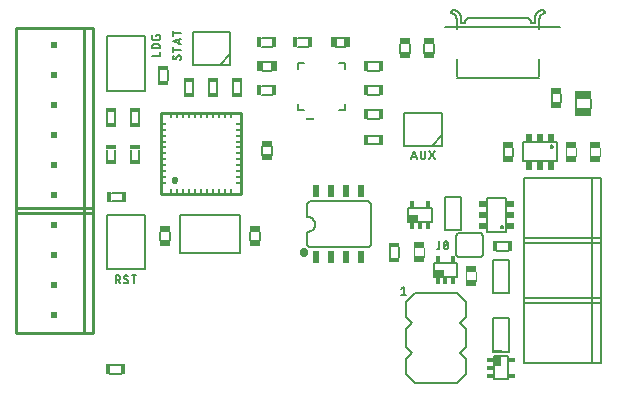
<source format=gto>
G75*
%MOIN*%
%OFA0B0*%
%FSLAX25Y25*%
%IPPOS*%
%LPD*%
%AMOC8*
5,1,8,0,0,1.08239X$1,22.5*
%
%ADD10C,0.00500*%
%ADD11C,0.00400*%
%ADD12R,0.03740X0.01969*%
%ADD13R,0.05709X0.02953*%
%ADD14R,0.01969X0.03740*%
%ADD15C,0.00600*%
%ADD16R,0.01600X0.03400*%
%ADD17C,0.01000*%
%ADD18R,0.00984X0.01969*%
%ADD19R,0.01969X0.00984*%
%ADD20R,0.02000X0.02000*%
%ADD21C,0.00800*%
%ADD22R,0.03400X0.01600*%
%ADD23R,0.02000X0.04050*%
%ADD24R,0.02000X0.04000*%
%ADD25C,0.00010*%
%ADD26R,0.01181X0.02067*%
%ADD27R,0.03500X0.02000*%
%ADD28R,0.02067X0.01181*%
%ADD29R,0.02000X0.03500*%
%ADD30R,0.01969X0.02559*%
%ADD31R,0.02559X0.01969*%
%ADD32R,0.02500X0.01000*%
D10*
X0043076Y0044364D02*
X0043076Y0047064D01*
X0043826Y0047064D01*
X0043880Y0047062D01*
X0043933Y0047056D01*
X0043985Y0047047D01*
X0044037Y0047034D01*
X0044088Y0047017D01*
X0044138Y0046996D01*
X0044185Y0046972D01*
X0044231Y0046945D01*
X0044275Y0046914D01*
X0044317Y0046881D01*
X0044356Y0046844D01*
X0044393Y0046805D01*
X0044426Y0046763D01*
X0044457Y0046719D01*
X0044484Y0046673D01*
X0044508Y0046626D01*
X0044529Y0046576D01*
X0044546Y0046525D01*
X0044559Y0046473D01*
X0044568Y0046421D01*
X0044574Y0046368D01*
X0044576Y0046314D01*
X0044574Y0046260D01*
X0044568Y0046207D01*
X0044559Y0046155D01*
X0044546Y0046103D01*
X0044529Y0046052D01*
X0044508Y0046002D01*
X0044484Y0045955D01*
X0044457Y0045909D01*
X0044426Y0045865D01*
X0044393Y0045823D01*
X0044356Y0045784D01*
X0044317Y0045747D01*
X0044275Y0045714D01*
X0044231Y0045683D01*
X0044185Y0045656D01*
X0044138Y0045632D01*
X0044088Y0045611D01*
X0044037Y0045594D01*
X0043985Y0045581D01*
X0043933Y0045572D01*
X0043880Y0045566D01*
X0043826Y0045564D01*
X0043076Y0045564D01*
X0043976Y0045564D02*
X0044576Y0044364D01*
X0047032Y0045489D02*
X0047073Y0045462D01*
X0047112Y0045433D01*
X0047148Y0045400D01*
X0047181Y0045365D01*
X0047212Y0045327D01*
X0047239Y0045287D01*
X0047263Y0045245D01*
X0047284Y0045201D01*
X0047301Y0045155D01*
X0047315Y0045109D01*
X0047324Y0045061D01*
X0047330Y0045013D01*
X0047332Y0044964D01*
X0047330Y0044917D01*
X0047325Y0044870D01*
X0047315Y0044824D01*
X0047303Y0044779D01*
X0047286Y0044734D01*
X0047267Y0044692D01*
X0047244Y0044651D01*
X0047217Y0044611D01*
X0047188Y0044574D01*
X0047156Y0044540D01*
X0047122Y0044508D01*
X0047085Y0044479D01*
X0047045Y0044452D01*
X0047004Y0044429D01*
X0046962Y0044410D01*
X0046917Y0044393D01*
X0046872Y0044381D01*
X0046826Y0044371D01*
X0046779Y0044366D01*
X0046732Y0044364D01*
X0047032Y0045489D02*
X0046207Y0045939D01*
X0046507Y0047064D02*
X0046573Y0047062D01*
X0046638Y0047056D01*
X0046703Y0047047D01*
X0046768Y0047033D01*
X0046831Y0047016D01*
X0046894Y0046995D01*
X0046955Y0046971D01*
X0047014Y0046943D01*
X0047072Y0046912D01*
X0047128Y0046877D01*
X0047182Y0046839D01*
X0046208Y0045939D02*
X0046167Y0045966D01*
X0046128Y0045995D01*
X0046092Y0046028D01*
X0046059Y0046063D01*
X0046028Y0046101D01*
X0046001Y0046141D01*
X0045977Y0046183D01*
X0045956Y0046227D01*
X0045939Y0046273D01*
X0045925Y0046319D01*
X0045916Y0046367D01*
X0045910Y0046415D01*
X0045908Y0046464D01*
X0045907Y0046464D02*
X0045909Y0046511D01*
X0045914Y0046558D01*
X0045924Y0046604D01*
X0045936Y0046649D01*
X0045953Y0046694D01*
X0045972Y0046736D01*
X0045995Y0046777D01*
X0046022Y0046817D01*
X0046051Y0046854D01*
X0046083Y0046888D01*
X0046117Y0046920D01*
X0046154Y0046949D01*
X0046194Y0046976D01*
X0046235Y0046999D01*
X0046277Y0047018D01*
X0046322Y0047035D01*
X0046367Y0047047D01*
X0046413Y0047057D01*
X0046460Y0047062D01*
X0046507Y0047064D01*
X0045832Y0044740D02*
X0045881Y0044694D01*
X0045931Y0044650D01*
X0045984Y0044609D01*
X0046039Y0044572D01*
X0046095Y0044537D01*
X0046154Y0044505D01*
X0046214Y0044476D01*
X0046276Y0044450D01*
X0046338Y0044428D01*
X0046402Y0044409D01*
X0046467Y0044393D01*
X0046533Y0044381D01*
X0046599Y0044372D01*
X0046665Y0044367D01*
X0046732Y0044365D01*
X0049174Y0044364D02*
X0049174Y0047064D01*
X0048424Y0047064D02*
X0049924Y0047064D01*
X0052799Y0049159D02*
X0052799Y0067269D01*
X0040201Y0067269D01*
X0040201Y0049159D01*
X0052799Y0049159D01*
X0064657Y0054415D02*
X0084343Y0054415D01*
X0084343Y0067014D01*
X0064657Y0067014D01*
X0064657Y0054415D01*
X0061101Y0058813D02*
X0061101Y0061616D01*
X0057950Y0061616D02*
X0057950Y0058813D01*
X0087899Y0058813D02*
X0087899Y0061616D01*
X0091050Y0061616D02*
X0091050Y0058813D01*
X0091899Y0087313D02*
X0091899Y0090116D01*
X0095050Y0090116D02*
X0095050Y0087313D01*
X0103752Y0102214D02*
X0103752Y0104183D01*
X0103752Y0102214D02*
X0105720Y0102214D01*
X0117531Y0102214D02*
X0119500Y0102214D01*
X0119500Y0104183D01*
X0119500Y0115994D02*
X0119500Y0117962D01*
X0117531Y0117962D01*
X0116598Y0123114D02*
X0119402Y0123114D01*
X0119402Y0126264D02*
X0116598Y0126264D01*
X0105720Y0117962D02*
X0103752Y0117962D01*
X0103752Y0115994D01*
X0094902Y0115114D02*
X0092098Y0115114D01*
X0092098Y0118264D02*
X0094902Y0118264D01*
X0081299Y0117203D02*
X0068701Y0117203D01*
X0068701Y0128226D01*
X0081299Y0128226D01*
X0081299Y0120714D01*
X0078000Y0117214D01*
X0081299Y0117203D02*
X0081299Y0120714D01*
X0064850Y0122322D02*
X0062150Y0122322D01*
X0062150Y0121572D02*
X0062150Y0123072D01*
X0062150Y0125010D02*
X0064850Y0125910D01*
X0064175Y0125685D02*
X0064175Y0124335D01*
X0064850Y0124110D02*
X0062150Y0125010D01*
X0062150Y0126948D02*
X0062150Y0128448D01*
X0062150Y0127698D02*
X0064850Y0127698D01*
X0057850Y0127148D02*
X0057850Y0126248D01*
X0057848Y0126201D01*
X0057843Y0126154D01*
X0057833Y0126108D01*
X0057821Y0126063D01*
X0057804Y0126018D01*
X0057785Y0125976D01*
X0057762Y0125935D01*
X0057735Y0125895D01*
X0057706Y0125858D01*
X0057674Y0125824D01*
X0057640Y0125792D01*
X0057603Y0125763D01*
X0057563Y0125736D01*
X0057522Y0125713D01*
X0057480Y0125694D01*
X0057435Y0125677D01*
X0057390Y0125665D01*
X0057344Y0125655D01*
X0057297Y0125650D01*
X0057250Y0125648D01*
X0055750Y0125648D01*
X0055703Y0125650D01*
X0055656Y0125655D01*
X0055610Y0125665D01*
X0055565Y0125677D01*
X0055520Y0125694D01*
X0055478Y0125713D01*
X0055437Y0125736D01*
X0055397Y0125763D01*
X0055360Y0125792D01*
X0055326Y0125824D01*
X0055294Y0125858D01*
X0055265Y0125895D01*
X0055238Y0125935D01*
X0055215Y0125976D01*
X0055196Y0126018D01*
X0055179Y0126063D01*
X0055167Y0126108D01*
X0055157Y0126154D01*
X0055152Y0126201D01*
X0055150Y0126248D01*
X0055150Y0127148D01*
X0056350Y0127148D02*
X0056350Y0126698D01*
X0056350Y0127148D02*
X0057850Y0127148D01*
X0057100Y0124172D02*
X0055900Y0124172D01*
X0055846Y0124170D01*
X0055793Y0124164D01*
X0055741Y0124155D01*
X0055689Y0124142D01*
X0055638Y0124125D01*
X0055588Y0124104D01*
X0055541Y0124080D01*
X0055495Y0124053D01*
X0055451Y0124022D01*
X0055409Y0123989D01*
X0055370Y0123952D01*
X0055333Y0123913D01*
X0055300Y0123871D01*
X0055269Y0123827D01*
X0055242Y0123781D01*
X0055218Y0123734D01*
X0055197Y0123684D01*
X0055180Y0123633D01*
X0055167Y0123581D01*
X0055158Y0123529D01*
X0055152Y0123476D01*
X0055150Y0123422D01*
X0055152Y0123368D01*
X0055158Y0123315D01*
X0055167Y0123263D01*
X0055180Y0123211D01*
X0055197Y0123160D01*
X0055218Y0123110D01*
X0055242Y0123063D01*
X0055269Y0123017D01*
X0055300Y0122973D01*
X0055333Y0122931D01*
X0055370Y0122892D01*
X0055409Y0122855D01*
X0055451Y0122822D01*
X0055495Y0122791D01*
X0055541Y0122764D01*
X0055588Y0122740D01*
X0055638Y0122719D01*
X0055689Y0122702D01*
X0055741Y0122689D01*
X0055793Y0122680D01*
X0055846Y0122674D01*
X0055900Y0122672D01*
X0057100Y0122672D01*
X0057154Y0122674D01*
X0057207Y0122680D01*
X0057259Y0122689D01*
X0057311Y0122702D01*
X0057362Y0122719D01*
X0057412Y0122740D01*
X0057459Y0122764D01*
X0057505Y0122791D01*
X0057549Y0122822D01*
X0057591Y0122855D01*
X0057630Y0122892D01*
X0057667Y0122931D01*
X0057700Y0122973D01*
X0057731Y0123017D01*
X0057758Y0123063D01*
X0057782Y0123110D01*
X0057803Y0123160D01*
X0057820Y0123211D01*
X0057833Y0123263D01*
X0057842Y0123315D01*
X0057848Y0123368D01*
X0057850Y0123422D01*
X0057848Y0123476D01*
X0057842Y0123529D01*
X0057833Y0123581D01*
X0057820Y0123633D01*
X0057803Y0123684D01*
X0057782Y0123734D01*
X0057758Y0123781D01*
X0057731Y0123827D01*
X0057700Y0123871D01*
X0057667Y0123913D01*
X0057630Y0123952D01*
X0057591Y0123989D01*
X0057549Y0124022D01*
X0057505Y0124053D01*
X0057459Y0124080D01*
X0057412Y0124104D01*
X0057362Y0124125D01*
X0057311Y0124142D01*
X0057259Y0124155D01*
X0057207Y0124164D01*
X0057154Y0124170D01*
X0057100Y0124172D01*
X0057850Y0121481D02*
X0057850Y0120281D01*
X0055150Y0120281D01*
X0052799Y0126769D02*
X0040201Y0126769D01*
X0040201Y0108659D01*
X0052799Y0108659D01*
X0052799Y0126769D01*
X0062750Y0119056D02*
X0062799Y0119058D01*
X0062847Y0119064D01*
X0062895Y0119073D01*
X0062941Y0119087D01*
X0062987Y0119104D01*
X0063031Y0119125D01*
X0063073Y0119149D01*
X0063113Y0119176D01*
X0063151Y0119207D01*
X0063186Y0119240D01*
X0063219Y0119276D01*
X0063248Y0119315D01*
X0063275Y0119356D01*
X0063275Y0119355D02*
X0063725Y0120180D01*
X0064850Y0119880D02*
X0064848Y0119813D01*
X0064843Y0119747D01*
X0064834Y0119681D01*
X0064822Y0119615D01*
X0064806Y0119550D01*
X0064787Y0119486D01*
X0064765Y0119424D01*
X0064739Y0119362D01*
X0064710Y0119302D01*
X0064678Y0119243D01*
X0064643Y0119187D01*
X0064606Y0119132D01*
X0064565Y0119079D01*
X0064521Y0119029D01*
X0064475Y0118980D01*
X0063725Y0120180D02*
X0063752Y0120221D01*
X0063781Y0120260D01*
X0063814Y0120296D01*
X0063849Y0120329D01*
X0063887Y0120360D01*
X0063927Y0120387D01*
X0063969Y0120411D01*
X0064013Y0120432D01*
X0064059Y0120449D01*
X0064105Y0120463D01*
X0064153Y0120472D01*
X0064201Y0120478D01*
X0064250Y0120480D01*
X0064297Y0120478D01*
X0064344Y0120473D01*
X0064390Y0120463D01*
X0064435Y0120451D01*
X0064480Y0120434D01*
X0064522Y0120415D01*
X0064563Y0120392D01*
X0064603Y0120365D01*
X0064640Y0120336D01*
X0064674Y0120304D01*
X0064706Y0120270D01*
X0064735Y0120233D01*
X0064762Y0120193D01*
X0064785Y0120152D01*
X0064804Y0120110D01*
X0064821Y0120065D01*
X0064833Y0120020D01*
X0064843Y0119974D01*
X0064848Y0119927D01*
X0064850Y0119880D01*
X0062375Y0120330D02*
X0062337Y0120276D01*
X0062302Y0120220D01*
X0062271Y0120162D01*
X0062243Y0120103D01*
X0062219Y0120042D01*
X0062198Y0119979D01*
X0062181Y0119916D01*
X0062167Y0119851D01*
X0062158Y0119786D01*
X0062152Y0119721D01*
X0062150Y0119655D01*
X0062152Y0119608D01*
X0062157Y0119561D01*
X0062167Y0119515D01*
X0062179Y0119470D01*
X0062196Y0119425D01*
X0062215Y0119383D01*
X0062238Y0119342D01*
X0062265Y0119302D01*
X0062294Y0119265D01*
X0062326Y0119231D01*
X0062360Y0119199D01*
X0062397Y0119170D01*
X0062437Y0119143D01*
X0062478Y0119120D01*
X0062520Y0119101D01*
X0062565Y0119084D01*
X0062610Y0119072D01*
X0062656Y0119062D01*
X0062703Y0119057D01*
X0062750Y0119055D01*
X0137950Y0121313D02*
X0137950Y0124116D01*
X0141101Y0124116D02*
X0141101Y0121313D01*
X0145950Y0121313D02*
X0145950Y0124116D01*
X0149101Y0124116D02*
X0149101Y0121313D01*
X0156720Y0119293D02*
X0156720Y0113388D01*
X0156720Y0112994D02*
X0184280Y0112994D01*
X0184280Y0113388D02*
X0184280Y0119293D01*
X0184280Y0129136D02*
X0184280Y0132482D01*
X0184280Y0132679D01*
X0182704Y0132482D02*
X0182706Y0132592D01*
X0182712Y0132702D01*
X0182721Y0132811D01*
X0182735Y0132920D01*
X0182752Y0133029D01*
X0182773Y0133137D01*
X0182798Y0133244D01*
X0182826Y0133350D01*
X0182858Y0133455D01*
X0182894Y0133559D01*
X0182933Y0133662D01*
X0182976Y0133763D01*
X0183023Y0133863D01*
X0183073Y0133961D01*
X0183126Y0134057D01*
X0183183Y0134151D01*
X0183243Y0134243D01*
X0183306Y0134334D01*
X0183372Y0134421D01*
X0183441Y0134507D01*
X0183513Y0134590D01*
X0183588Y0134670D01*
X0183666Y0134748D01*
X0183746Y0134823D01*
X0183829Y0134895D01*
X0183915Y0134964D01*
X0184002Y0135030D01*
X0184093Y0135093D01*
X0184185Y0135153D01*
X0184279Y0135210D01*
X0184375Y0135263D01*
X0184473Y0135313D01*
X0184573Y0135360D01*
X0184674Y0135403D01*
X0184777Y0135442D01*
X0184881Y0135478D01*
X0184986Y0135510D01*
X0185092Y0135538D01*
X0185199Y0135563D01*
X0185307Y0135584D01*
X0185416Y0135601D01*
X0185525Y0135615D01*
X0185634Y0135624D01*
X0185744Y0135630D01*
X0185854Y0135632D01*
X0186248Y0134451D01*
X0186162Y0134449D01*
X0186076Y0134444D01*
X0185991Y0134434D01*
X0185906Y0134421D01*
X0185822Y0134404D01*
X0185738Y0134384D01*
X0185656Y0134360D01*
X0185575Y0134332D01*
X0185494Y0134301D01*
X0185416Y0134267D01*
X0185339Y0134229D01*
X0185264Y0134187D01*
X0185190Y0134143D01*
X0185119Y0134095D01*
X0185049Y0134044D01*
X0184982Y0133990D01*
X0184918Y0133934D01*
X0184856Y0133874D01*
X0184796Y0133812D01*
X0184740Y0133748D01*
X0184686Y0133681D01*
X0184635Y0133611D01*
X0184587Y0133540D01*
X0184543Y0133467D01*
X0184501Y0133391D01*
X0184463Y0133314D01*
X0184429Y0133236D01*
X0184398Y0133155D01*
X0184370Y0133074D01*
X0184346Y0132992D01*
X0184326Y0132908D01*
X0184309Y0132824D01*
X0184296Y0132739D01*
X0184286Y0132654D01*
X0184281Y0132568D01*
X0184279Y0132482D01*
X0182705Y0132482D02*
X0182705Y0131301D01*
X0181524Y0131301D01*
X0181522Y0131378D01*
X0181516Y0131455D01*
X0181507Y0131532D01*
X0181494Y0131608D01*
X0181477Y0131684D01*
X0181456Y0131758D01*
X0181432Y0131832D01*
X0181404Y0131904D01*
X0181373Y0131974D01*
X0181338Y0132043D01*
X0181300Y0132111D01*
X0181259Y0132176D01*
X0181214Y0132239D01*
X0181166Y0132300D01*
X0181116Y0132359D01*
X0181063Y0132415D01*
X0181007Y0132468D01*
X0180948Y0132518D01*
X0180887Y0132566D01*
X0180824Y0132611D01*
X0180759Y0132652D01*
X0180691Y0132690D01*
X0180622Y0132725D01*
X0180552Y0132756D01*
X0180480Y0132784D01*
X0180406Y0132808D01*
X0180332Y0132829D01*
X0180256Y0132846D01*
X0180180Y0132859D01*
X0180103Y0132868D01*
X0180026Y0132874D01*
X0179949Y0132876D01*
X0161051Y0132876D01*
X0160974Y0132874D01*
X0160897Y0132868D01*
X0160820Y0132859D01*
X0160744Y0132846D01*
X0160668Y0132829D01*
X0160594Y0132808D01*
X0160520Y0132784D01*
X0160448Y0132756D01*
X0160378Y0132725D01*
X0160309Y0132690D01*
X0160241Y0132652D01*
X0160176Y0132611D01*
X0160113Y0132566D01*
X0160052Y0132518D01*
X0159993Y0132468D01*
X0159937Y0132415D01*
X0159884Y0132359D01*
X0159834Y0132300D01*
X0159786Y0132239D01*
X0159741Y0132176D01*
X0159700Y0132111D01*
X0159662Y0132043D01*
X0159627Y0131974D01*
X0159596Y0131904D01*
X0159568Y0131832D01*
X0159544Y0131758D01*
X0159523Y0131684D01*
X0159506Y0131608D01*
X0159493Y0131532D01*
X0159484Y0131455D01*
X0159478Y0131378D01*
X0159476Y0131301D01*
X0158295Y0131301D01*
X0158295Y0132482D01*
X0156720Y0132482D02*
X0156720Y0132679D01*
X0156720Y0132482D02*
X0156720Y0129136D01*
X0158296Y0132482D02*
X0158294Y0132592D01*
X0158288Y0132702D01*
X0158279Y0132811D01*
X0158265Y0132920D01*
X0158248Y0133029D01*
X0158227Y0133137D01*
X0158202Y0133244D01*
X0158174Y0133350D01*
X0158142Y0133455D01*
X0158106Y0133559D01*
X0158067Y0133662D01*
X0158024Y0133763D01*
X0157977Y0133863D01*
X0157927Y0133961D01*
X0157874Y0134057D01*
X0157817Y0134151D01*
X0157757Y0134243D01*
X0157694Y0134334D01*
X0157628Y0134421D01*
X0157559Y0134507D01*
X0157487Y0134590D01*
X0157412Y0134670D01*
X0157334Y0134748D01*
X0157254Y0134823D01*
X0157171Y0134895D01*
X0157085Y0134964D01*
X0156998Y0135030D01*
X0156907Y0135093D01*
X0156815Y0135153D01*
X0156721Y0135210D01*
X0156625Y0135263D01*
X0156527Y0135313D01*
X0156427Y0135360D01*
X0156326Y0135403D01*
X0156223Y0135442D01*
X0156119Y0135478D01*
X0156014Y0135510D01*
X0155908Y0135538D01*
X0155801Y0135563D01*
X0155693Y0135584D01*
X0155584Y0135601D01*
X0155475Y0135615D01*
X0155366Y0135624D01*
X0155256Y0135630D01*
X0155146Y0135632D01*
X0154752Y0134451D01*
X0154838Y0134449D01*
X0154924Y0134444D01*
X0155009Y0134434D01*
X0155094Y0134421D01*
X0155178Y0134404D01*
X0155262Y0134384D01*
X0155344Y0134360D01*
X0155425Y0134332D01*
X0155506Y0134301D01*
X0155584Y0134267D01*
X0155661Y0134229D01*
X0155737Y0134187D01*
X0155810Y0134143D01*
X0155881Y0134095D01*
X0155951Y0134044D01*
X0156018Y0133990D01*
X0156082Y0133934D01*
X0156144Y0133874D01*
X0156204Y0133812D01*
X0156260Y0133748D01*
X0156314Y0133681D01*
X0156365Y0133611D01*
X0156413Y0133540D01*
X0156457Y0133467D01*
X0156499Y0133391D01*
X0156537Y0133314D01*
X0156571Y0133236D01*
X0156602Y0133155D01*
X0156630Y0133074D01*
X0156654Y0132992D01*
X0156674Y0132908D01*
X0156691Y0132824D01*
X0156704Y0132739D01*
X0156714Y0132654D01*
X0156719Y0132568D01*
X0156721Y0132482D01*
X0152783Y0129923D02*
X0191169Y0129923D01*
X0191550Y0107616D02*
X0191550Y0104813D01*
X0188399Y0104813D02*
X0188399Y0107616D01*
X0196402Y0105714D02*
X0196402Y0102714D01*
X0201598Y0102813D02*
X0201598Y0105714D01*
X0175550Y0089616D02*
X0175550Y0086813D01*
X0172399Y0086813D02*
X0172399Y0089616D01*
X0151799Y0090203D02*
X0139201Y0090203D01*
X0139201Y0101226D01*
X0151799Y0101226D01*
X0151799Y0093714D01*
X0148500Y0090214D01*
X0149376Y0088564D02*
X0147576Y0085864D01*
X0146250Y0086614D02*
X0146250Y0088564D01*
X0147576Y0088564D02*
X0149376Y0085864D01*
X0146250Y0086614D02*
X0146248Y0086560D01*
X0146242Y0086507D01*
X0146233Y0086455D01*
X0146220Y0086403D01*
X0146203Y0086352D01*
X0146182Y0086302D01*
X0146158Y0086255D01*
X0146131Y0086209D01*
X0146100Y0086165D01*
X0146067Y0086123D01*
X0146030Y0086084D01*
X0145991Y0086047D01*
X0145949Y0086014D01*
X0145905Y0085983D01*
X0145859Y0085956D01*
X0145812Y0085932D01*
X0145762Y0085911D01*
X0145711Y0085894D01*
X0145659Y0085881D01*
X0145607Y0085872D01*
X0145554Y0085866D01*
X0145500Y0085864D01*
X0145446Y0085866D01*
X0145393Y0085872D01*
X0145341Y0085881D01*
X0145289Y0085894D01*
X0145238Y0085911D01*
X0145188Y0085932D01*
X0145141Y0085956D01*
X0145095Y0085983D01*
X0145051Y0086014D01*
X0145009Y0086047D01*
X0144970Y0086084D01*
X0144933Y0086123D01*
X0144900Y0086165D01*
X0144869Y0086209D01*
X0144842Y0086255D01*
X0144818Y0086302D01*
X0144797Y0086352D01*
X0144780Y0086403D01*
X0144767Y0086455D01*
X0144758Y0086507D01*
X0144752Y0086560D01*
X0144750Y0086614D01*
X0144750Y0088564D01*
X0142524Y0088564D02*
X0143424Y0085864D01*
X0143199Y0086539D02*
X0141849Y0086539D01*
X0141624Y0085864D02*
X0142524Y0088564D01*
X0151799Y0090203D02*
X0151799Y0093714D01*
X0150971Y0058564D02*
X0150971Y0056464D01*
X0150969Y0056417D01*
X0150964Y0056370D01*
X0150954Y0056324D01*
X0150942Y0056279D01*
X0150925Y0056234D01*
X0150906Y0056192D01*
X0150883Y0056151D01*
X0150856Y0056111D01*
X0150827Y0056074D01*
X0150795Y0056040D01*
X0150761Y0056008D01*
X0150724Y0055979D01*
X0150684Y0055952D01*
X0150643Y0055929D01*
X0150601Y0055910D01*
X0150556Y0055893D01*
X0150511Y0055881D01*
X0150465Y0055871D01*
X0150418Y0055866D01*
X0150371Y0055864D01*
X0150071Y0055864D01*
X0153704Y0056239D02*
X0153742Y0056322D01*
X0153778Y0056407D01*
X0153809Y0056493D01*
X0153837Y0056581D01*
X0153861Y0056669D01*
X0153882Y0056758D01*
X0153899Y0056849D01*
X0153912Y0056939D01*
X0153921Y0057031D01*
X0153927Y0057122D01*
X0153929Y0057214D01*
X0152429Y0057214D02*
X0152431Y0057122D01*
X0152437Y0057031D01*
X0152446Y0056939D01*
X0152459Y0056849D01*
X0152476Y0056758D01*
X0152497Y0056669D01*
X0152521Y0056581D01*
X0152549Y0056493D01*
X0152580Y0056407D01*
X0152616Y0056322D01*
X0152654Y0056239D01*
X0152579Y0056464D02*
X0153779Y0057964D01*
X0153704Y0058189D02*
X0153687Y0058232D01*
X0153667Y0058273D01*
X0153644Y0058312D01*
X0153617Y0058350D01*
X0153587Y0058385D01*
X0153555Y0058417D01*
X0153520Y0058447D01*
X0153483Y0058474D01*
X0153443Y0058497D01*
X0153402Y0058517D01*
X0153359Y0058534D01*
X0153315Y0058547D01*
X0153270Y0058556D01*
X0153225Y0058562D01*
X0153179Y0058564D01*
X0153133Y0058562D01*
X0153088Y0058556D01*
X0153043Y0058547D01*
X0152999Y0058534D01*
X0152956Y0058517D01*
X0152915Y0058497D01*
X0152875Y0058474D01*
X0152838Y0058447D01*
X0152803Y0058417D01*
X0152771Y0058385D01*
X0152741Y0058350D01*
X0152714Y0058312D01*
X0152691Y0058273D01*
X0152671Y0058232D01*
X0152654Y0058189D01*
X0153704Y0058189D02*
X0153742Y0058106D01*
X0153778Y0058021D01*
X0153809Y0057935D01*
X0153837Y0057847D01*
X0153861Y0057759D01*
X0153882Y0057670D01*
X0153899Y0057579D01*
X0153912Y0057489D01*
X0153921Y0057397D01*
X0153927Y0057306D01*
X0153929Y0057214D01*
X0152429Y0057214D02*
X0152431Y0057306D01*
X0152437Y0057397D01*
X0152446Y0057489D01*
X0152459Y0057579D01*
X0152476Y0057670D01*
X0152497Y0057759D01*
X0152521Y0057847D01*
X0152549Y0057935D01*
X0152580Y0058021D01*
X0152616Y0058106D01*
X0152654Y0058189D01*
X0153704Y0056239D02*
X0153687Y0056196D01*
X0153667Y0056155D01*
X0153644Y0056116D01*
X0153617Y0056078D01*
X0153587Y0056043D01*
X0153555Y0056011D01*
X0153520Y0055981D01*
X0153483Y0055954D01*
X0153443Y0055931D01*
X0153402Y0055911D01*
X0153359Y0055894D01*
X0153315Y0055881D01*
X0153270Y0055872D01*
X0153225Y0055866D01*
X0153179Y0055864D01*
X0153133Y0055866D01*
X0153088Y0055872D01*
X0153043Y0055881D01*
X0152999Y0055894D01*
X0152956Y0055911D01*
X0152915Y0055931D01*
X0152875Y0055954D01*
X0152838Y0055981D01*
X0152803Y0056011D01*
X0152771Y0056043D01*
X0152741Y0056078D01*
X0152714Y0056116D01*
X0152691Y0056155D01*
X0152671Y0056196D01*
X0152654Y0056239D01*
X0157000Y0041214D02*
X0143000Y0041214D01*
X0140000Y0038214D01*
X0140000Y0033214D01*
X0142000Y0031214D01*
X0140000Y0029214D01*
X0140000Y0023214D01*
X0142000Y0021214D01*
X0140000Y0019214D01*
X0140000Y0014214D01*
X0143000Y0011214D01*
X0157000Y0011214D01*
X0160000Y0014214D01*
X0160000Y0019214D01*
X0158000Y0021214D01*
X0160000Y0023214D01*
X0160000Y0029214D01*
X0158000Y0031214D01*
X0160000Y0033214D01*
X0160000Y0038214D01*
X0157000Y0041214D01*
D11*
X0159850Y0045313D02*
X0159850Y0048116D01*
X0163201Y0048116D02*
X0163201Y0045313D01*
X0145701Y0053313D02*
X0145701Y0056116D01*
X0142350Y0056116D02*
X0142350Y0053313D01*
X0193299Y0086813D02*
X0193299Y0089616D01*
X0196650Y0089616D02*
X0196650Y0086813D01*
X0201299Y0086813D02*
X0201299Y0089616D01*
X0204650Y0089616D02*
X0204650Y0086813D01*
D12*
X0202980Y0085899D03*
X0202980Y0090499D03*
X0194980Y0090499D03*
X0194980Y0085899D03*
X0173980Y0085899D03*
X0173980Y0090499D03*
X0189980Y0103899D03*
X0189980Y0108499D03*
X0147520Y0120430D03*
X0147520Y0125030D03*
X0139520Y0125030D03*
X0139520Y0120430D03*
X0093480Y0090999D03*
X0093480Y0086399D03*
X0089480Y0062499D03*
X0089480Y0057899D03*
X0059520Y0057930D03*
X0059520Y0062530D03*
X0144020Y0057030D03*
X0144020Y0052430D03*
X0161520Y0049030D03*
X0161520Y0044430D03*
D13*
X0198995Y0101391D03*
X0198995Y0107091D03*
D14*
X0120316Y0124694D03*
X0115716Y0124694D03*
X0095816Y0116694D03*
X0091216Y0116694D03*
D15*
X0084902Y0111415D02*
X0084902Y0108014D01*
X0082098Y0108014D02*
X0082098Y0111415D01*
X0076902Y0111415D02*
X0076902Y0108014D01*
X0074098Y0108014D02*
X0074098Y0111415D01*
X0068902Y0111415D02*
X0068902Y0108014D01*
X0066098Y0108014D02*
X0066098Y0111415D01*
X0060402Y0112014D02*
X0060402Y0115415D01*
X0057598Y0115415D02*
X0057598Y0112014D01*
X0050902Y0101415D02*
X0050902Y0098014D01*
X0048098Y0098014D02*
X0048098Y0101415D01*
X0042902Y0101415D02*
X0042902Y0098014D01*
X0040098Y0098014D02*
X0040098Y0101415D01*
X0040098Y0088915D02*
X0040098Y0085514D01*
X0042902Y0085514D02*
X0042902Y0088915D01*
X0048098Y0088915D02*
X0048098Y0085514D01*
X0050902Y0085514D02*
X0050902Y0088915D01*
X0045201Y0074616D02*
X0041799Y0074616D01*
X0041799Y0071813D02*
X0045201Y0071813D01*
X0091799Y0107313D02*
X0095201Y0107313D01*
X0095201Y0110116D02*
X0091799Y0110116D01*
X0091799Y0123313D02*
X0095201Y0123313D01*
X0095201Y0126116D02*
X0091799Y0126116D01*
X0103799Y0126116D02*
X0107201Y0126116D01*
X0107201Y0123313D02*
X0103799Y0123313D01*
X0127299Y0118116D02*
X0130701Y0118116D01*
X0130701Y0115313D02*
X0127299Y0115313D01*
X0127299Y0110116D02*
X0130701Y0110116D01*
X0130701Y0107313D02*
X0127299Y0107313D01*
X0127299Y0102116D02*
X0130701Y0102116D01*
X0130701Y0099313D02*
X0127299Y0099313D01*
X0127299Y0093616D02*
X0130701Y0093616D01*
X0130701Y0090813D02*
X0127299Y0090813D01*
X0152900Y0073314D02*
X0158100Y0073314D01*
X0158100Y0062114D01*
X0152900Y0062114D01*
X0152900Y0073314D01*
X0166811Y0072813D02*
X0166811Y0072443D01*
X0166811Y0072813D02*
X0166811Y0061616D01*
X0166811Y0061986D01*
X0166811Y0061616D02*
X0173189Y0061616D01*
X0173189Y0061986D01*
X0173189Y0061616D02*
X0173189Y0072813D01*
X0173189Y0072443D01*
X0173189Y0072813D02*
X0166811Y0072813D01*
X0166811Y0069269D02*
X0166811Y0068899D01*
X0166811Y0065529D02*
X0166811Y0065159D01*
X0171378Y0063277D02*
X0171380Y0063316D01*
X0171386Y0063355D01*
X0171396Y0063393D01*
X0171409Y0063430D01*
X0171426Y0063465D01*
X0171446Y0063499D01*
X0171470Y0063530D01*
X0171497Y0063559D01*
X0171526Y0063585D01*
X0171558Y0063608D01*
X0171592Y0063628D01*
X0171628Y0063644D01*
X0171665Y0063656D01*
X0171704Y0063665D01*
X0171743Y0063670D01*
X0171782Y0063671D01*
X0171821Y0063668D01*
X0171860Y0063661D01*
X0171897Y0063650D01*
X0171934Y0063636D01*
X0171969Y0063618D01*
X0172002Y0063597D01*
X0172033Y0063572D01*
X0172061Y0063545D01*
X0172086Y0063515D01*
X0172108Y0063482D01*
X0172127Y0063448D01*
X0172142Y0063412D01*
X0172154Y0063374D01*
X0172162Y0063336D01*
X0172166Y0063297D01*
X0172166Y0063257D01*
X0172162Y0063218D01*
X0172154Y0063180D01*
X0172142Y0063142D01*
X0172127Y0063106D01*
X0172108Y0063072D01*
X0172086Y0063039D01*
X0172061Y0063009D01*
X0172033Y0062982D01*
X0172002Y0062957D01*
X0171969Y0062936D01*
X0171934Y0062918D01*
X0171897Y0062904D01*
X0171860Y0062893D01*
X0171821Y0062886D01*
X0171782Y0062883D01*
X0171743Y0062884D01*
X0171704Y0062889D01*
X0171665Y0062898D01*
X0171628Y0062910D01*
X0171592Y0062926D01*
X0171558Y0062946D01*
X0171526Y0062969D01*
X0171497Y0062995D01*
X0171470Y0063024D01*
X0171446Y0063055D01*
X0171426Y0063089D01*
X0171409Y0063124D01*
X0171396Y0063161D01*
X0171386Y0063199D01*
X0171380Y0063238D01*
X0171378Y0063277D01*
X0173189Y0065159D02*
X0173189Y0065529D01*
X0173189Y0068899D02*
X0173189Y0069269D01*
X0164400Y0061214D02*
X0157600Y0061214D01*
X0157540Y0061212D01*
X0157479Y0061207D01*
X0157420Y0061198D01*
X0157361Y0061185D01*
X0157302Y0061169D01*
X0157245Y0061149D01*
X0157190Y0061126D01*
X0157135Y0061099D01*
X0157083Y0061070D01*
X0157032Y0061037D01*
X0156983Y0061001D01*
X0156937Y0060963D01*
X0156893Y0060921D01*
X0156851Y0060877D01*
X0156813Y0060831D01*
X0156777Y0060782D01*
X0156744Y0060731D01*
X0156715Y0060679D01*
X0156688Y0060624D01*
X0156665Y0060569D01*
X0156645Y0060512D01*
X0156629Y0060453D01*
X0156616Y0060394D01*
X0156607Y0060335D01*
X0156602Y0060274D01*
X0156600Y0060214D01*
X0156600Y0054214D01*
X0156602Y0054154D01*
X0156607Y0054093D01*
X0156616Y0054034D01*
X0156629Y0053975D01*
X0156645Y0053916D01*
X0156665Y0053859D01*
X0156688Y0053804D01*
X0156715Y0053749D01*
X0156744Y0053697D01*
X0156777Y0053646D01*
X0156813Y0053597D01*
X0156851Y0053551D01*
X0156893Y0053507D01*
X0156937Y0053465D01*
X0156983Y0053427D01*
X0157032Y0053391D01*
X0157083Y0053358D01*
X0157135Y0053329D01*
X0157190Y0053302D01*
X0157245Y0053279D01*
X0157302Y0053259D01*
X0157361Y0053243D01*
X0157420Y0053230D01*
X0157479Y0053221D01*
X0157540Y0053216D01*
X0157600Y0053214D01*
X0164400Y0053214D01*
X0164460Y0053216D01*
X0164521Y0053221D01*
X0164580Y0053230D01*
X0164639Y0053243D01*
X0164698Y0053259D01*
X0164755Y0053279D01*
X0164810Y0053302D01*
X0164865Y0053329D01*
X0164917Y0053358D01*
X0164968Y0053391D01*
X0165017Y0053427D01*
X0165063Y0053465D01*
X0165107Y0053507D01*
X0165149Y0053551D01*
X0165187Y0053597D01*
X0165223Y0053646D01*
X0165256Y0053697D01*
X0165285Y0053749D01*
X0165312Y0053804D01*
X0165335Y0053859D01*
X0165355Y0053916D01*
X0165371Y0053975D01*
X0165384Y0054034D01*
X0165393Y0054093D01*
X0165398Y0054154D01*
X0165400Y0054214D01*
X0165400Y0060214D01*
X0165398Y0060274D01*
X0165393Y0060335D01*
X0165384Y0060394D01*
X0165371Y0060453D01*
X0165355Y0060512D01*
X0165335Y0060569D01*
X0165312Y0060624D01*
X0165285Y0060679D01*
X0165256Y0060731D01*
X0165223Y0060782D01*
X0165187Y0060831D01*
X0165149Y0060877D01*
X0165107Y0060921D01*
X0165063Y0060963D01*
X0165017Y0061001D01*
X0164968Y0061037D01*
X0164917Y0061070D01*
X0164865Y0061099D01*
X0164810Y0061126D01*
X0164755Y0061149D01*
X0164698Y0061169D01*
X0164639Y0061185D01*
X0164580Y0061198D01*
X0164521Y0061207D01*
X0164460Y0061212D01*
X0164400Y0061214D01*
X0170299Y0058116D02*
X0173701Y0058116D01*
X0173701Y0055313D02*
X0170299Y0055313D01*
X0168900Y0052314D02*
X0174100Y0052314D01*
X0174100Y0041114D01*
X0168900Y0041114D01*
X0168900Y0052314D01*
X0168900Y0032814D02*
X0168900Y0021614D01*
X0174100Y0021614D01*
X0174100Y0032814D01*
X0168900Y0032814D01*
X0139744Y0040514D02*
X0138300Y0040514D01*
X0139022Y0040514D02*
X0139022Y0043114D01*
X0138300Y0042537D01*
X0137402Y0053014D02*
X0137402Y0056415D01*
X0134598Y0056415D02*
X0134598Y0053014D01*
X0178902Y0085025D02*
X0179272Y0085025D01*
X0178902Y0085025D02*
X0190098Y0085025D01*
X0189728Y0085025D01*
X0190098Y0085025D02*
X0190098Y0091403D01*
X0189728Y0091403D01*
X0190098Y0091403D02*
X0178902Y0091403D01*
X0179272Y0091403D01*
X0178902Y0091403D02*
X0178902Y0085025D01*
X0182445Y0085025D02*
X0182815Y0085025D01*
X0186185Y0085025D02*
X0186555Y0085025D01*
X0188043Y0089986D02*
X0188045Y0090025D01*
X0188051Y0090064D01*
X0188061Y0090102D01*
X0188074Y0090139D01*
X0188091Y0090174D01*
X0188111Y0090208D01*
X0188135Y0090239D01*
X0188162Y0090268D01*
X0188191Y0090294D01*
X0188223Y0090317D01*
X0188257Y0090337D01*
X0188293Y0090353D01*
X0188330Y0090365D01*
X0188369Y0090374D01*
X0188408Y0090379D01*
X0188447Y0090380D01*
X0188486Y0090377D01*
X0188525Y0090370D01*
X0188562Y0090359D01*
X0188599Y0090345D01*
X0188634Y0090327D01*
X0188667Y0090306D01*
X0188698Y0090281D01*
X0188726Y0090254D01*
X0188751Y0090224D01*
X0188773Y0090191D01*
X0188792Y0090157D01*
X0188807Y0090121D01*
X0188819Y0090083D01*
X0188827Y0090045D01*
X0188831Y0090006D01*
X0188831Y0089966D01*
X0188827Y0089927D01*
X0188819Y0089889D01*
X0188807Y0089851D01*
X0188792Y0089815D01*
X0188773Y0089781D01*
X0188751Y0089748D01*
X0188726Y0089718D01*
X0188698Y0089691D01*
X0188667Y0089666D01*
X0188634Y0089645D01*
X0188599Y0089627D01*
X0188562Y0089613D01*
X0188525Y0089602D01*
X0188486Y0089595D01*
X0188447Y0089592D01*
X0188408Y0089593D01*
X0188369Y0089598D01*
X0188330Y0089607D01*
X0188293Y0089619D01*
X0188257Y0089635D01*
X0188223Y0089655D01*
X0188191Y0089678D01*
X0188162Y0089704D01*
X0188135Y0089733D01*
X0188111Y0089764D01*
X0188091Y0089798D01*
X0188074Y0089833D01*
X0188061Y0089870D01*
X0188051Y0089908D01*
X0188045Y0089947D01*
X0188043Y0089986D01*
X0186555Y0091403D02*
X0186185Y0091403D01*
X0182815Y0091403D02*
X0182445Y0091403D01*
X0044701Y0017116D02*
X0041299Y0017116D01*
X0041299Y0014313D02*
X0044701Y0014313D01*
D16*
X0040500Y0015714D03*
X0045500Y0015714D03*
X0046000Y0073214D03*
X0041000Y0073214D03*
X0091000Y0108714D03*
X0096000Y0108714D03*
X0096000Y0124714D03*
X0091000Y0124714D03*
X0103000Y0124714D03*
X0108000Y0124714D03*
X0126500Y0116714D03*
X0131500Y0116714D03*
X0131500Y0108714D03*
X0126500Y0108714D03*
X0126500Y0100714D03*
X0131500Y0100714D03*
X0131500Y0092214D03*
X0126500Y0092214D03*
X0169500Y0056714D03*
X0174500Y0056714D03*
D17*
X0084886Y0074329D02*
X0082524Y0074329D01*
X0060476Y0074329D01*
X0058114Y0074329D01*
X0058114Y0076691D01*
X0058114Y0098738D01*
X0058114Y0101100D01*
X0060476Y0101100D01*
X0082524Y0101100D01*
X0084886Y0101100D01*
X0084886Y0098738D01*
X0084886Y0076691D01*
X0084886Y0074329D01*
X0062020Y0078856D02*
X0062022Y0078905D01*
X0062028Y0078955D01*
X0062038Y0079003D01*
X0062051Y0079051D01*
X0062069Y0079097D01*
X0062089Y0079142D01*
X0062114Y0079185D01*
X0062142Y0079226D01*
X0062173Y0079264D01*
X0062207Y0079300D01*
X0062243Y0079333D01*
X0062282Y0079364D01*
X0062324Y0079390D01*
X0062367Y0079414D01*
X0062413Y0079434D01*
X0062459Y0079451D01*
X0062507Y0079463D01*
X0062556Y0079472D01*
X0062605Y0079477D01*
X0062654Y0079478D01*
X0062704Y0079475D01*
X0062753Y0079468D01*
X0062801Y0079457D01*
X0062848Y0079443D01*
X0062894Y0079425D01*
X0062939Y0079403D01*
X0062981Y0079377D01*
X0063021Y0079349D01*
X0063059Y0079317D01*
X0063095Y0079283D01*
X0063127Y0079245D01*
X0063157Y0079205D01*
X0063183Y0079163D01*
X0063205Y0079119D01*
X0063225Y0079074D01*
X0063240Y0079027D01*
X0063252Y0078979D01*
X0063260Y0078930D01*
X0063264Y0078881D01*
X0063264Y0078831D01*
X0063260Y0078782D01*
X0063252Y0078733D01*
X0063240Y0078685D01*
X0063225Y0078638D01*
X0063205Y0078593D01*
X0063183Y0078549D01*
X0063157Y0078507D01*
X0063127Y0078467D01*
X0063095Y0078429D01*
X0063059Y0078395D01*
X0063021Y0078363D01*
X0062981Y0078335D01*
X0062939Y0078309D01*
X0062894Y0078287D01*
X0062848Y0078269D01*
X0062801Y0078255D01*
X0062753Y0078244D01*
X0062704Y0078237D01*
X0062654Y0078234D01*
X0062605Y0078235D01*
X0062556Y0078240D01*
X0062507Y0078249D01*
X0062459Y0078261D01*
X0062413Y0078278D01*
X0062367Y0078298D01*
X0062324Y0078322D01*
X0062282Y0078348D01*
X0062243Y0078379D01*
X0062207Y0078412D01*
X0062173Y0078448D01*
X0062142Y0078486D01*
X0062114Y0078527D01*
X0062089Y0078570D01*
X0062069Y0078615D01*
X0062051Y0078661D01*
X0062038Y0078709D01*
X0062028Y0078757D01*
X0062022Y0078807D01*
X0062020Y0078856D01*
X0035492Y0069620D02*
X0035492Y0027809D01*
X0032500Y0027809D01*
X0032500Y0069620D01*
X0035492Y0069620D01*
X0035492Y0067809D02*
X0032500Y0067809D01*
X0032500Y0129620D01*
X0035492Y0129620D01*
X0035492Y0067809D01*
X0032500Y0067809D02*
X0009902Y0067809D01*
X0009902Y0129620D01*
X0032500Y0129620D01*
X0032500Y0069620D02*
X0009902Y0069620D01*
X0009902Y0027809D01*
X0032500Y0027809D01*
D18*
X0061657Y0074919D03*
X0063626Y0074919D03*
X0065594Y0074919D03*
X0067563Y0074919D03*
X0069531Y0074919D03*
X0071500Y0074919D03*
X0073469Y0074919D03*
X0075437Y0074919D03*
X0077406Y0074919D03*
X0079374Y0074919D03*
X0081343Y0074919D03*
X0081343Y0100510D03*
X0079374Y0100510D03*
X0077406Y0100510D03*
X0075437Y0100510D03*
X0073469Y0100510D03*
X0071500Y0100510D03*
X0069531Y0100510D03*
X0067563Y0100510D03*
X0065594Y0100510D03*
X0063626Y0100510D03*
X0061657Y0100510D03*
D19*
X0058705Y0097557D03*
X0058705Y0095588D03*
X0058705Y0093620D03*
X0058705Y0091651D03*
X0058705Y0089683D03*
X0058705Y0087714D03*
X0058705Y0085746D03*
X0058705Y0083777D03*
X0058705Y0081809D03*
X0058705Y0079840D03*
X0058705Y0077872D03*
X0084295Y0077872D03*
X0084295Y0079840D03*
X0084295Y0081809D03*
X0084295Y0083777D03*
X0084295Y0085746D03*
X0084295Y0087714D03*
X0084295Y0089683D03*
X0084295Y0091651D03*
X0084295Y0093620D03*
X0084295Y0095588D03*
X0084295Y0097557D03*
D20*
X0022500Y0093714D03*
X0022500Y0083714D03*
X0022500Y0073714D03*
X0022500Y0063714D03*
X0022500Y0053714D03*
X0022500Y0043714D03*
X0022500Y0033714D03*
X0022500Y0103714D03*
X0022500Y0113714D03*
X0022500Y0123714D03*
D21*
X0106800Y0069933D02*
X0106800Y0066614D01*
X0107000Y0066614D02*
X0107098Y0066612D01*
X0107196Y0066606D01*
X0107294Y0066597D01*
X0107391Y0066583D01*
X0107488Y0066566D01*
X0107584Y0066545D01*
X0107679Y0066520D01*
X0107773Y0066492D01*
X0107865Y0066459D01*
X0107957Y0066424D01*
X0108047Y0066384D01*
X0108135Y0066342D01*
X0108222Y0066295D01*
X0108306Y0066246D01*
X0108389Y0066193D01*
X0108469Y0066137D01*
X0108548Y0066077D01*
X0108624Y0066015D01*
X0108697Y0065950D01*
X0108768Y0065882D01*
X0108836Y0065811D01*
X0108901Y0065738D01*
X0108963Y0065662D01*
X0109023Y0065583D01*
X0109079Y0065503D01*
X0109132Y0065420D01*
X0109181Y0065336D01*
X0109228Y0065249D01*
X0109270Y0065161D01*
X0109310Y0065071D01*
X0109345Y0064979D01*
X0109378Y0064887D01*
X0109406Y0064793D01*
X0109431Y0064698D01*
X0109452Y0064602D01*
X0109469Y0064505D01*
X0109483Y0064408D01*
X0109492Y0064310D01*
X0109498Y0064212D01*
X0109500Y0064114D01*
X0109498Y0064016D01*
X0109492Y0063918D01*
X0109483Y0063820D01*
X0109469Y0063723D01*
X0109452Y0063626D01*
X0109431Y0063530D01*
X0109406Y0063435D01*
X0109378Y0063341D01*
X0109345Y0063249D01*
X0109310Y0063157D01*
X0109270Y0063067D01*
X0109228Y0062979D01*
X0109181Y0062892D01*
X0109132Y0062808D01*
X0109079Y0062725D01*
X0109023Y0062645D01*
X0108963Y0062566D01*
X0108901Y0062490D01*
X0108836Y0062417D01*
X0108768Y0062346D01*
X0108697Y0062278D01*
X0108624Y0062213D01*
X0108548Y0062151D01*
X0108469Y0062091D01*
X0108389Y0062035D01*
X0108306Y0061982D01*
X0108222Y0061933D01*
X0108135Y0061886D01*
X0108047Y0061844D01*
X0107957Y0061804D01*
X0107865Y0061769D01*
X0107773Y0061736D01*
X0107679Y0061708D01*
X0107584Y0061683D01*
X0107488Y0061662D01*
X0107391Y0061645D01*
X0107294Y0061631D01*
X0107196Y0061622D01*
X0107098Y0061616D01*
X0107000Y0061614D01*
X0106800Y0061614D02*
X0106800Y0057658D01*
X0106801Y0057658D02*
X0106813Y0057588D01*
X0106830Y0057518D01*
X0106850Y0057450D01*
X0106873Y0057382D01*
X0106901Y0057316D01*
X0106932Y0057252D01*
X0106966Y0057190D01*
X0107004Y0057129D01*
X0107044Y0057070D01*
X0107088Y0057014D01*
X0107135Y0056961D01*
X0107185Y0056909D01*
X0107238Y0056861D01*
X0107293Y0056816D01*
X0107350Y0056773D01*
X0107410Y0056734D01*
X0107472Y0056698D01*
X0107535Y0056666D01*
X0107600Y0056637D01*
X0107667Y0056611D01*
X0107735Y0056589D01*
X0107804Y0056571D01*
X0107874Y0056557D01*
X0107945Y0056547D01*
X0108016Y0056540D01*
X0108087Y0056537D01*
X0108158Y0056538D01*
X0108230Y0056543D01*
X0108300Y0056552D01*
X0127094Y0056552D01*
X0127164Y0056564D01*
X0127234Y0056581D01*
X0127302Y0056601D01*
X0127369Y0056625D01*
X0127435Y0056652D01*
X0127500Y0056683D01*
X0127562Y0056717D01*
X0127623Y0056755D01*
X0127681Y0056796D01*
X0127738Y0056840D01*
X0127791Y0056887D01*
X0127842Y0056937D01*
X0127891Y0056989D01*
X0127936Y0057044D01*
X0127979Y0057102D01*
X0128018Y0057161D01*
X0128054Y0057223D01*
X0128086Y0057287D01*
X0128115Y0057352D01*
X0128141Y0057418D01*
X0128162Y0057486D01*
X0128181Y0057556D01*
X0128195Y0057625D01*
X0128205Y0057696D01*
X0128212Y0057767D01*
X0128215Y0057838D01*
X0128214Y0057910D01*
X0128209Y0057981D01*
X0128200Y0058052D01*
X0128200Y0070377D01*
X0128198Y0070453D01*
X0128192Y0070528D01*
X0128183Y0070604D01*
X0128169Y0070679D01*
X0128152Y0070753D01*
X0128131Y0070826D01*
X0128107Y0070898D01*
X0128079Y0070968D01*
X0128047Y0071037D01*
X0128012Y0071105D01*
X0127973Y0071170D01*
X0127931Y0071234D01*
X0127886Y0071295D01*
X0127838Y0071354D01*
X0127787Y0071410D01*
X0127733Y0071464D01*
X0127677Y0071515D01*
X0127618Y0071563D01*
X0127557Y0071608D01*
X0127493Y0071650D01*
X0127428Y0071689D01*
X0127360Y0071724D01*
X0127291Y0071756D01*
X0127221Y0071784D01*
X0127149Y0071808D01*
X0127076Y0071829D01*
X0127002Y0071846D01*
X0126927Y0071860D01*
X0126851Y0071869D01*
X0126776Y0071875D01*
X0126700Y0071877D01*
X0108300Y0071877D01*
X0108219Y0071865D01*
X0108139Y0071850D01*
X0108060Y0071831D01*
X0107982Y0071809D01*
X0107905Y0071782D01*
X0107829Y0071753D01*
X0107755Y0071719D01*
X0107683Y0071682D01*
X0107612Y0071642D01*
X0107544Y0071598D01*
X0107477Y0071551D01*
X0107413Y0071501D01*
X0107352Y0071448D01*
X0107293Y0071392D01*
X0107236Y0071333D01*
X0107183Y0071272D01*
X0107132Y0071208D01*
X0107085Y0071142D01*
X0107041Y0071074D01*
X0107000Y0071004D01*
X0106962Y0070932D01*
X0106928Y0070858D01*
X0106898Y0070782D01*
X0106871Y0070706D01*
X0106848Y0070628D01*
X0106828Y0070549D01*
X0106813Y0070469D01*
X0106801Y0070388D01*
X0106793Y0070308D01*
X0106789Y0070226D01*
X0106788Y0070145D01*
X0106792Y0070064D01*
X0106799Y0069983D01*
X0140661Y0069577D02*
X0140661Y0064852D01*
X0148339Y0064852D01*
X0148339Y0069577D01*
X0140661Y0069577D01*
X0155106Y0073226D02*
X0158256Y0073226D01*
X0158256Y0070864D01*
X0158256Y0064565D02*
X0158256Y0062203D01*
X0155106Y0062203D01*
X0171106Y0052226D02*
X0174256Y0052226D01*
X0174256Y0049864D01*
X0174256Y0043565D02*
X0174256Y0041203D01*
X0171106Y0041203D01*
X0179205Y0039620D02*
X0201843Y0039620D01*
X0201843Y0017966D01*
X0179205Y0017966D01*
X0179205Y0039620D01*
X0179205Y0037966D02*
X0179205Y0059620D01*
X0201843Y0059620D01*
X0201843Y0037966D01*
X0179205Y0037966D01*
X0171894Y0032726D02*
X0168744Y0032726D01*
X0168744Y0030364D01*
X0168744Y0024065D02*
X0168744Y0021703D01*
X0171894Y0021703D01*
X0173862Y0020053D02*
X0169138Y0020053D01*
X0169138Y0012376D01*
X0173862Y0012376D01*
X0173862Y0020053D01*
X0201843Y0017966D02*
X0204795Y0017966D01*
X0204795Y0039620D01*
X0201843Y0039620D01*
X0201843Y0037966D02*
X0204795Y0037966D01*
X0204795Y0059620D01*
X0201843Y0059620D01*
X0201843Y0057966D02*
X0201843Y0079620D01*
X0204795Y0079620D01*
X0204795Y0057966D01*
X0201843Y0057966D01*
X0179205Y0057966D01*
X0179205Y0079620D01*
X0201843Y0079620D01*
X0156839Y0051077D02*
X0156839Y0046352D01*
X0149161Y0046352D01*
X0149161Y0051077D01*
X0156839Y0051077D01*
D22*
X0136000Y0052214D03*
X0136000Y0057214D03*
X0083500Y0107214D03*
X0083500Y0112214D03*
X0075500Y0112214D03*
X0075500Y0107214D03*
X0067500Y0107214D03*
X0067500Y0112214D03*
X0059000Y0111214D03*
X0059000Y0116214D03*
X0049500Y0102214D03*
X0049500Y0097214D03*
X0041500Y0097214D03*
X0041500Y0102214D03*
X0041500Y0089714D03*
X0041500Y0084714D03*
X0049500Y0084714D03*
X0049500Y0089714D03*
D23*
X0110000Y0053239D03*
X0115000Y0053239D03*
X0120000Y0053239D03*
X0125000Y0053239D03*
D24*
X0125000Y0075214D03*
X0120000Y0075214D03*
X0115000Y0075214D03*
X0110000Y0075214D03*
D25*
X0105903Y0056058D02*
X0105625Y0056089D01*
X0105347Y0056058D01*
X0105083Y0055966D01*
X0104846Y0055817D01*
X0104648Y0055619D01*
X0104499Y0055382D01*
X0104406Y0055118D01*
X0104375Y0054839D01*
X0104406Y0054561D01*
X0104499Y0054297D01*
X0104648Y0054060D01*
X0104846Y0053862D01*
X0105083Y0053713D01*
X0105347Y0053621D01*
X0105625Y0053589D01*
X0105903Y0053621D01*
X0106167Y0053713D01*
X0106404Y0053862D01*
X0106602Y0054060D01*
X0106751Y0054297D01*
X0106844Y0054561D01*
X0106875Y0054839D01*
X0106844Y0055118D01*
X0106751Y0055382D01*
X0106602Y0055619D01*
X0106404Y0055817D01*
X0106167Y0055966D01*
X0105903Y0056058D01*
X0105919Y0056053D02*
X0105331Y0056053D01*
X0105307Y0056044D02*
X0105943Y0056044D01*
X0105967Y0056036D02*
X0105283Y0056036D01*
X0105258Y0056027D02*
X0105992Y0056027D01*
X0106016Y0056018D02*
X0105234Y0056018D01*
X0105210Y0056010D02*
X0106040Y0056010D01*
X0106065Y0056001D02*
X0105185Y0056001D01*
X0105161Y0055993D02*
X0106089Y0055993D01*
X0106113Y0055984D02*
X0105137Y0055984D01*
X0105112Y0055976D02*
X0106138Y0055976D01*
X0106162Y0055967D02*
X0105088Y0055967D01*
X0105072Y0055959D02*
X0106178Y0055959D01*
X0106192Y0055950D02*
X0105058Y0055950D01*
X0105045Y0055942D02*
X0106205Y0055942D01*
X0106219Y0055933D02*
X0105031Y0055933D01*
X0105018Y0055925D02*
X0106232Y0055925D01*
X0106246Y0055916D02*
X0105004Y0055916D01*
X0104991Y0055908D02*
X0106259Y0055908D01*
X0106273Y0055899D02*
X0104977Y0055899D01*
X0104964Y0055891D02*
X0106286Y0055891D01*
X0106300Y0055882D02*
X0104950Y0055882D01*
X0104937Y0055874D02*
X0106313Y0055874D01*
X0106327Y0055865D02*
X0104923Y0055865D01*
X0104909Y0055857D02*
X0106341Y0055857D01*
X0106354Y0055848D02*
X0104896Y0055848D01*
X0104882Y0055840D02*
X0106368Y0055840D01*
X0106381Y0055831D02*
X0104869Y0055831D01*
X0104855Y0055823D02*
X0106395Y0055823D01*
X0106407Y0055814D02*
X0104843Y0055814D01*
X0104835Y0055806D02*
X0106415Y0055806D01*
X0106424Y0055797D02*
X0104826Y0055797D01*
X0104818Y0055789D02*
X0106432Y0055789D01*
X0106441Y0055780D02*
X0104809Y0055780D01*
X0104801Y0055772D02*
X0106449Y0055772D01*
X0106458Y0055763D02*
X0104792Y0055763D01*
X0104784Y0055755D02*
X0106466Y0055755D01*
X0106475Y0055746D02*
X0104775Y0055746D01*
X0104767Y0055738D02*
X0106483Y0055738D01*
X0106492Y0055729D02*
X0104758Y0055729D01*
X0104749Y0055721D02*
X0106501Y0055721D01*
X0106509Y0055712D02*
X0104741Y0055712D01*
X0104732Y0055703D02*
X0106518Y0055703D01*
X0106526Y0055695D02*
X0104724Y0055695D01*
X0104715Y0055686D02*
X0106535Y0055686D01*
X0106543Y0055678D02*
X0104707Y0055678D01*
X0104698Y0055669D02*
X0106552Y0055669D01*
X0106560Y0055661D02*
X0104690Y0055661D01*
X0104681Y0055652D02*
X0106569Y0055652D01*
X0106577Y0055644D02*
X0104673Y0055644D01*
X0104664Y0055635D02*
X0106586Y0055635D01*
X0106594Y0055627D02*
X0104656Y0055627D01*
X0104647Y0055618D02*
X0106603Y0055618D01*
X0106608Y0055610D02*
X0104642Y0055610D01*
X0104637Y0055601D02*
X0106613Y0055601D01*
X0106619Y0055593D02*
X0104631Y0055593D01*
X0104626Y0055584D02*
X0106624Y0055584D01*
X0106629Y0055576D02*
X0104621Y0055576D01*
X0104615Y0055567D02*
X0106635Y0055567D01*
X0106640Y0055559D02*
X0104610Y0055559D01*
X0104605Y0055550D02*
X0106645Y0055550D01*
X0106651Y0055542D02*
X0104599Y0055542D01*
X0104594Y0055533D02*
X0106656Y0055533D01*
X0106661Y0055525D02*
X0104589Y0055525D01*
X0104583Y0055516D02*
X0106667Y0055516D01*
X0106672Y0055508D02*
X0104578Y0055508D01*
X0104573Y0055499D02*
X0106677Y0055499D01*
X0106683Y0055491D02*
X0104567Y0055491D01*
X0104562Y0055482D02*
X0106688Y0055482D01*
X0106693Y0055474D02*
X0104557Y0055474D01*
X0104551Y0055465D02*
X0106699Y0055465D01*
X0106704Y0055457D02*
X0104546Y0055457D01*
X0104540Y0055448D02*
X0106710Y0055448D01*
X0106715Y0055440D02*
X0104535Y0055440D01*
X0104530Y0055431D02*
X0106720Y0055431D01*
X0106726Y0055423D02*
X0104524Y0055423D01*
X0104519Y0055414D02*
X0106731Y0055414D01*
X0106736Y0055405D02*
X0104514Y0055405D01*
X0104508Y0055397D02*
X0106742Y0055397D01*
X0106747Y0055388D02*
X0104503Y0055388D01*
X0104498Y0055380D02*
X0106752Y0055380D01*
X0106755Y0055371D02*
X0104495Y0055371D01*
X0104492Y0055363D02*
X0106758Y0055363D01*
X0106761Y0055354D02*
X0104489Y0055354D01*
X0104486Y0055346D02*
X0106764Y0055346D01*
X0106767Y0055337D02*
X0104483Y0055337D01*
X0104480Y0055329D02*
X0106770Y0055329D01*
X0106773Y0055320D02*
X0104477Y0055320D01*
X0104474Y0055312D02*
X0106776Y0055312D01*
X0106779Y0055303D02*
X0104471Y0055303D01*
X0104468Y0055295D02*
X0106782Y0055295D01*
X0106785Y0055286D02*
X0104465Y0055286D01*
X0104462Y0055278D02*
X0106788Y0055278D01*
X0106791Y0055269D02*
X0104459Y0055269D01*
X0104456Y0055261D02*
X0106794Y0055261D01*
X0106797Y0055252D02*
X0104453Y0055252D01*
X0104451Y0055244D02*
X0106799Y0055244D01*
X0106802Y0055235D02*
X0104448Y0055235D01*
X0104445Y0055227D02*
X0106805Y0055227D01*
X0106808Y0055218D02*
X0104442Y0055218D01*
X0104439Y0055210D02*
X0106811Y0055210D01*
X0106814Y0055201D02*
X0104436Y0055201D01*
X0104433Y0055193D02*
X0106817Y0055193D01*
X0106820Y0055184D02*
X0104430Y0055184D01*
X0104427Y0055176D02*
X0106823Y0055176D01*
X0106826Y0055167D02*
X0104424Y0055167D01*
X0104421Y0055159D02*
X0106829Y0055159D01*
X0106832Y0055150D02*
X0104418Y0055150D01*
X0104415Y0055142D02*
X0106835Y0055142D01*
X0106838Y0055133D02*
X0104412Y0055133D01*
X0104409Y0055125D02*
X0106841Y0055125D01*
X0106844Y0055116D02*
X0104406Y0055116D01*
X0104405Y0055108D02*
X0106845Y0055108D01*
X0106846Y0055099D02*
X0104404Y0055099D01*
X0104403Y0055090D02*
X0106847Y0055090D01*
X0106848Y0055082D02*
X0104402Y0055082D01*
X0104401Y0055073D02*
X0106849Y0055073D01*
X0106850Y0055065D02*
X0104400Y0055065D01*
X0104399Y0055056D02*
X0106851Y0055056D01*
X0106852Y0055048D02*
X0104398Y0055048D01*
X0104398Y0055039D02*
X0106852Y0055039D01*
X0106853Y0055031D02*
X0104397Y0055031D01*
X0104396Y0055022D02*
X0106854Y0055022D01*
X0106855Y0055014D02*
X0104395Y0055014D01*
X0104394Y0055005D02*
X0106856Y0055005D01*
X0106857Y0054997D02*
X0104393Y0054997D01*
X0104392Y0054988D02*
X0106858Y0054988D01*
X0106859Y0054980D02*
X0104391Y0054980D01*
X0104390Y0054971D02*
X0106860Y0054971D01*
X0106861Y0054963D02*
X0104389Y0054963D01*
X0104388Y0054954D02*
X0106862Y0054954D01*
X0106863Y0054946D02*
X0104387Y0054946D01*
X0104386Y0054937D02*
X0106864Y0054937D01*
X0106865Y0054929D02*
X0104385Y0054929D01*
X0104384Y0054920D02*
X0106866Y0054920D01*
X0106867Y0054912D02*
X0104383Y0054912D01*
X0104382Y0054903D02*
X0106868Y0054903D01*
X0106869Y0054895D02*
X0104381Y0054895D01*
X0104380Y0054886D02*
X0106870Y0054886D01*
X0106871Y0054878D02*
X0104379Y0054878D01*
X0104378Y0054869D02*
X0106872Y0054869D01*
X0106873Y0054861D02*
X0104377Y0054861D01*
X0104376Y0054852D02*
X0106874Y0054852D01*
X0106875Y0054844D02*
X0104375Y0054844D01*
X0104375Y0054835D02*
X0106875Y0054835D01*
X0106874Y0054827D02*
X0104376Y0054827D01*
X0104377Y0054818D02*
X0106873Y0054818D01*
X0106872Y0054810D02*
X0104378Y0054810D01*
X0104379Y0054801D02*
X0106871Y0054801D01*
X0106870Y0054793D02*
X0104380Y0054793D01*
X0104381Y0054784D02*
X0106869Y0054784D01*
X0106868Y0054775D02*
X0104382Y0054775D01*
X0104383Y0054767D02*
X0106867Y0054767D01*
X0106866Y0054758D02*
X0104384Y0054758D01*
X0104385Y0054750D02*
X0106865Y0054750D01*
X0106864Y0054741D02*
X0104386Y0054741D01*
X0104387Y0054733D02*
X0106863Y0054733D01*
X0106862Y0054724D02*
X0104388Y0054724D01*
X0104389Y0054716D02*
X0106861Y0054716D01*
X0106860Y0054707D02*
X0104390Y0054707D01*
X0104391Y0054699D02*
X0106859Y0054699D01*
X0106858Y0054690D02*
X0104392Y0054690D01*
X0104393Y0054682D02*
X0106857Y0054682D01*
X0106856Y0054673D02*
X0104394Y0054673D01*
X0104395Y0054665D02*
X0106855Y0054665D01*
X0106854Y0054656D02*
X0104396Y0054656D01*
X0104397Y0054648D02*
X0106853Y0054648D01*
X0106852Y0054639D02*
X0104398Y0054639D01*
X0104398Y0054631D02*
X0106851Y0054631D01*
X0106851Y0054622D02*
X0104399Y0054622D01*
X0104400Y0054614D02*
X0106850Y0054614D01*
X0106849Y0054605D02*
X0104401Y0054605D01*
X0104402Y0054597D02*
X0106848Y0054597D01*
X0106847Y0054588D02*
X0104403Y0054588D01*
X0104404Y0054580D02*
X0106846Y0054580D01*
X0106845Y0054571D02*
X0104405Y0054571D01*
X0104406Y0054563D02*
X0106844Y0054563D01*
X0106841Y0054554D02*
X0104409Y0054554D01*
X0104412Y0054546D02*
X0106838Y0054546D01*
X0106835Y0054537D02*
X0104415Y0054537D01*
X0104418Y0054529D02*
X0106832Y0054529D01*
X0106829Y0054520D02*
X0104421Y0054520D01*
X0104424Y0054512D02*
X0106826Y0054512D01*
X0106823Y0054503D02*
X0104427Y0054503D01*
X0104430Y0054495D02*
X0106820Y0054495D01*
X0106817Y0054486D02*
X0104433Y0054486D01*
X0104436Y0054477D02*
X0106814Y0054477D01*
X0106811Y0054469D02*
X0104439Y0054469D01*
X0104442Y0054460D02*
X0106808Y0054460D01*
X0106805Y0054452D02*
X0104445Y0054452D01*
X0104448Y0054443D02*
X0106802Y0054443D01*
X0106799Y0054435D02*
X0104451Y0054435D01*
X0104453Y0054426D02*
X0106796Y0054426D01*
X0106794Y0054418D02*
X0104456Y0054418D01*
X0104459Y0054409D02*
X0106791Y0054409D01*
X0106788Y0054401D02*
X0104462Y0054401D01*
X0104465Y0054392D02*
X0106785Y0054392D01*
X0106782Y0054384D02*
X0104468Y0054384D01*
X0104471Y0054375D02*
X0106779Y0054375D01*
X0106776Y0054367D02*
X0104474Y0054367D01*
X0104477Y0054358D02*
X0106773Y0054358D01*
X0106770Y0054350D02*
X0104480Y0054350D01*
X0104483Y0054341D02*
X0106767Y0054341D01*
X0106764Y0054333D02*
X0104486Y0054333D01*
X0104489Y0054324D02*
X0106761Y0054324D01*
X0106758Y0054316D02*
X0104492Y0054316D01*
X0104495Y0054307D02*
X0106755Y0054307D01*
X0106752Y0054299D02*
X0104498Y0054299D01*
X0104503Y0054290D02*
X0106747Y0054290D01*
X0106742Y0054282D02*
X0104508Y0054282D01*
X0104514Y0054273D02*
X0106736Y0054273D01*
X0106731Y0054265D02*
X0104519Y0054265D01*
X0104524Y0054256D02*
X0106726Y0054256D01*
X0106720Y0054248D02*
X0104530Y0054248D01*
X0104535Y0054239D02*
X0106715Y0054239D01*
X0106709Y0054231D02*
X0104541Y0054231D01*
X0104546Y0054222D02*
X0106704Y0054222D01*
X0106699Y0054214D02*
X0104551Y0054214D01*
X0104557Y0054205D02*
X0106693Y0054205D01*
X0106688Y0054197D02*
X0104562Y0054197D01*
X0104567Y0054188D02*
X0106683Y0054188D01*
X0106677Y0054180D02*
X0104573Y0054180D01*
X0104578Y0054171D02*
X0106672Y0054171D01*
X0106667Y0054162D02*
X0104583Y0054162D01*
X0104589Y0054154D02*
X0106661Y0054154D01*
X0106656Y0054145D02*
X0104594Y0054145D01*
X0104599Y0054137D02*
X0106651Y0054137D01*
X0106645Y0054128D02*
X0104605Y0054128D01*
X0104610Y0054120D02*
X0106640Y0054120D01*
X0106635Y0054111D02*
X0104615Y0054111D01*
X0104621Y0054103D02*
X0106629Y0054103D01*
X0106624Y0054094D02*
X0104626Y0054094D01*
X0104631Y0054086D02*
X0106619Y0054086D01*
X0106613Y0054077D02*
X0104637Y0054077D01*
X0104642Y0054069D02*
X0106608Y0054069D01*
X0106602Y0054060D02*
X0104648Y0054060D01*
X0104656Y0054052D02*
X0106594Y0054052D01*
X0106586Y0054043D02*
X0104664Y0054043D01*
X0104673Y0054035D02*
X0106577Y0054035D01*
X0106569Y0054026D02*
X0104681Y0054026D01*
X0104690Y0054018D02*
X0106560Y0054018D01*
X0106552Y0054009D02*
X0104698Y0054009D01*
X0104707Y0054001D02*
X0106543Y0054001D01*
X0106535Y0053992D02*
X0104715Y0053992D01*
X0104724Y0053984D02*
X0106526Y0053984D01*
X0106517Y0053975D02*
X0104733Y0053975D01*
X0104741Y0053967D02*
X0106509Y0053967D01*
X0106500Y0053958D02*
X0104750Y0053958D01*
X0104758Y0053950D02*
X0106492Y0053950D01*
X0106483Y0053941D02*
X0104767Y0053941D01*
X0104775Y0053933D02*
X0106475Y0053933D01*
X0106466Y0053924D02*
X0104784Y0053924D01*
X0104792Y0053916D02*
X0106458Y0053916D01*
X0106449Y0053907D02*
X0104801Y0053907D01*
X0104809Y0053899D02*
X0106441Y0053899D01*
X0106432Y0053890D02*
X0104818Y0053890D01*
X0104826Y0053882D02*
X0106424Y0053882D01*
X0106415Y0053873D02*
X0104835Y0053873D01*
X0104843Y0053865D02*
X0106407Y0053865D01*
X0106395Y0053856D02*
X0104855Y0053856D01*
X0104869Y0053847D02*
X0106381Y0053847D01*
X0106368Y0053839D02*
X0104882Y0053839D01*
X0104896Y0053830D02*
X0106354Y0053830D01*
X0106340Y0053822D02*
X0104909Y0053822D01*
X0104923Y0053813D02*
X0106327Y0053813D01*
X0106313Y0053805D02*
X0104937Y0053805D01*
X0104950Y0053796D02*
X0106300Y0053796D01*
X0106286Y0053788D02*
X0104964Y0053788D01*
X0104977Y0053779D02*
X0106273Y0053779D01*
X0106259Y0053771D02*
X0104991Y0053771D01*
X0105004Y0053762D02*
X0106246Y0053762D01*
X0106232Y0053754D02*
X0105018Y0053754D01*
X0105031Y0053745D02*
X0106219Y0053745D01*
X0106205Y0053737D02*
X0105045Y0053737D01*
X0105059Y0053728D02*
X0106191Y0053728D01*
X0106178Y0053720D02*
X0105072Y0053720D01*
X0105088Y0053711D02*
X0106162Y0053711D01*
X0106138Y0053703D02*
X0105112Y0053703D01*
X0105137Y0053694D02*
X0106113Y0053694D01*
X0106089Y0053686D02*
X0105161Y0053686D01*
X0105185Y0053677D02*
X0106065Y0053677D01*
X0106040Y0053669D02*
X0105210Y0053669D01*
X0105234Y0053660D02*
X0106016Y0053660D01*
X0105992Y0053652D02*
X0105258Y0053652D01*
X0105283Y0053643D02*
X0105967Y0053643D01*
X0105943Y0053635D02*
X0105307Y0053635D01*
X0105331Y0053626D02*
X0105919Y0053626D01*
X0105876Y0053618D02*
X0105374Y0053618D01*
X0105450Y0053609D02*
X0105800Y0053609D01*
X0105725Y0053601D02*
X0105525Y0053601D01*
X0105601Y0053592D02*
X0105649Y0053592D01*
X0105876Y0056061D02*
X0105374Y0056061D01*
X0105449Y0056070D02*
X0105801Y0056070D01*
X0105725Y0056078D02*
X0105525Y0056078D01*
X0105601Y0056087D02*
X0105649Y0056087D01*
D26*
X0141941Y0063523D03*
X0144500Y0063523D03*
X0147059Y0063523D03*
X0147059Y0070905D03*
X0141941Y0070905D03*
X0150441Y0052405D03*
X0155559Y0052405D03*
X0155559Y0045023D03*
X0153000Y0045023D03*
X0150441Y0045023D03*
D27*
X0150750Y0047714D03*
X0142250Y0066214D03*
D28*
X0167809Y0018773D03*
X0167809Y0016214D03*
X0167809Y0013655D03*
X0175191Y0013655D03*
X0175191Y0018773D03*
D29*
X0170500Y0018464D03*
D30*
X0180760Y0083588D03*
X0184500Y0083588D03*
X0188240Y0083588D03*
X0188240Y0092840D03*
X0184500Y0092840D03*
X0180760Y0092840D03*
D31*
X0174626Y0070955D03*
X0174626Y0067214D03*
X0174626Y0063474D03*
X0165374Y0063474D03*
X0165374Y0067214D03*
X0165374Y0070955D03*
D32*
X0107750Y0099214D03*
M02*

</source>
